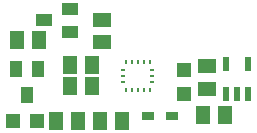
<source format=gbr>
G04 EAGLE Gerber RS-274X export*
G75*
%MOMM*%
%FSLAX34Y34*%
%LPD*%
%INSolderpaste Top*%
%IPPOS*%
%AMOC8*
5,1,8,0,0,1.08239X$1,22.5*%
G01*
%ADD10R,1.300000X1.500000*%
%ADD11R,1.500000X1.300000*%
%ADD12R,1.000000X1.400000*%
%ADD13R,1.400000X1.000000*%
%ADD14R,1.200000X1.300000*%
%ADD15R,1.300000X1.200000*%
%ADD16R,1.000000X0.800000*%
%ADD17R,0.550000X1.200000*%
%ADD18R,0.250000X0.400000*%
%ADD19R,0.400000X0.250000*%


D10*
X94640Y107950D03*
X113640Y107950D03*
D11*
X210820Y88290D03*
X210820Y107290D03*
X121920Y146660D03*
X121920Y127660D03*
D12*
X58420Y82980D03*
X48920Y104980D03*
X67920Y104980D03*
D13*
X72820Y146050D03*
X94820Y155550D03*
X94820Y136550D03*
D10*
X50190Y129540D03*
X69190Y129540D03*
D14*
X46990Y60960D03*
X67310Y60960D03*
D10*
X83210Y60960D03*
X102210Y60960D03*
X113640Y90170D03*
X94640Y90170D03*
D15*
X191770Y104140D03*
X191770Y83820D03*
D16*
X181450Y64770D03*
X161450Y64770D03*
D17*
X226720Y83520D03*
X236220Y83520D03*
X245720Y83520D03*
X245720Y109520D03*
X226720Y109520D03*
D10*
X207670Y66040D03*
X226670Y66040D03*
X120040Y60960D03*
X139040Y60960D03*
D18*
X142400Y86810D03*
X147400Y86810D03*
X152400Y86810D03*
X157400Y86810D03*
X162400Y86810D03*
D19*
X164650Y94060D03*
X164650Y99060D03*
X164650Y104060D03*
D18*
X162400Y111310D03*
X157400Y111310D03*
X152400Y111310D03*
X147400Y111310D03*
X142400Y111310D03*
D19*
X140150Y104060D03*
X140150Y99060D03*
X140150Y94060D03*
M02*

</source>
